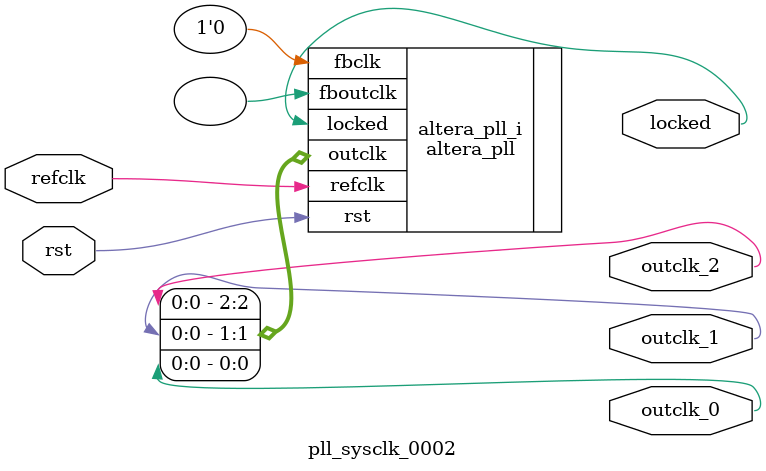
<source format=v>
`timescale 1ns/10ps
module  pll_sysclk_0002(

	// interface 'refclk'
	input wire refclk,

	// interface 'reset'
	input wire rst,

	// interface 'outclk0'
	output wire outclk_0,

	// interface 'outclk1'
	output wire outclk_1,

	// interface 'outclk2'
	output wire outclk_2,

	// interface 'locked'
	output wire locked
);

	altera_pll #(
		.fractional_vco_multiplier("false"),
		.reference_clock_frequency("50.0 MHz"),
		.operation_mode("direct"),
		.number_of_clocks(3),
		.output_clock_frequency0("1.789709 MHz"),
		.phase_shift0("0 ps"),
		.duty_cycle0(50),
		.output_clock_frequency1("5.369127 MHz"),
		.phase_shift1("0 ps"),
		.duty_cycle1(50),
		.output_clock_frequency2("21.616541 MHz"),
		.phase_shift2("0 ps"),
		.duty_cycle2(50),
		.output_clock_frequency3("0 MHz"),
		.phase_shift3("0 ps"),
		.duty_cycle3(50),
		.output_clock_frequency4("0 MHz"),
		.phase_shift4("0 ps"),
		.duty_cycle4(50),
		.output_clock_frequency5("0 MHz"),
		.phase_shift5("0 ps"),
		.duty_cycle5(50),
		.output_clock_frequency6("0 MHz"),
		.phase_shift6("0 ps"),
		.duty_cycle6(50),
		.output_clock_frequency7("0 MHz"),
		.phase_shift7("0 ps"),
		.duty_cycle7(50),
		.output_clock_frequency8("0 MHz"),
		.phase_shift8("0 ps"),
		.duty_cycle8(50),
		.output_clock_frequency9("0 MHz"),
		.phase_shift9("0 ps"),
		.duty_cycle9(50),
		.output_clock_frequency10("0 MHz"),
		.phase_shift10("0 ps"),
		.duty_cycle10(50),
		.output_clock_frequency11("0 MHz"),
		.phase_shift11("0 ps"),
		.duty_cycle11(50),
		.output_clock_frequency12("0 MHz"),
		.phase_shift12("0 ps"),
		.duty_cycle12(50),
		.output_clock_frequency13("0 MHz"),
		.phase_shift13("0 ps"),
		.duty_cycle13(50),
		.output_clock_frequency14("0 MHz"),
		.phase_shift14("0 ps"),
		.duty_cycle14(50),
		.output_clock_frequency15("0 MHz"),
		.phase_shift15("0 ps"),
		.duty_cycle15(50),
		.output_clock_frequency16("0 MHz"),
		.phase_shift16("0 ps"),
		.duty_cycle16(50),
		.output_clock_frequency17("0 MHz"),
		.phase_shift17("0 ps"),
		.duty_cycle17(50),
		.pll_type("General"),
		.pll_subtype("General")
	) altera_pll_i (
		.rst	(rst),
		.outclk	({outclk_2, outclk_1, outclk_0}),
		.locked	(locked),
		.fboutclk	( ),
		.fbclk	(1'b0),
		.refclk	(refclk)
	);
endmodule


</source>
